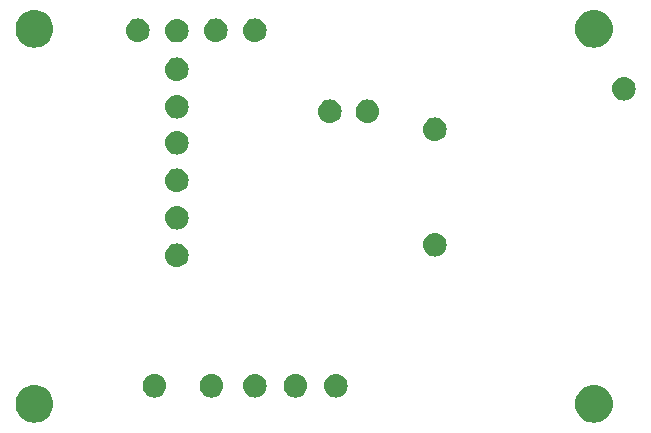
<source format=gbs>
G04 #@! TF.GenerationSoftware,KiCad,Pcbnew,8.0.0*
G04 #@! TF.CreationDate,2024-03-04T18:14:40-06:00*
G04 #@! TF.ProjectId,MicrocontrollerUnitBoard,4d696372-6f63-46f6-9e74-726f6c6c6572,rev?*
G04 #@! TF.SameCoordinates,Original*
G04 #@! TF.FileFunction,Soldermask,Bot*
G04 #@! TF.FilePolarity,Negative*
%FSLAX46Y46*%
G04 Gerber Fmt 4.6, Leading zero omitted, Abs format (unit mm)*
G04 Created by KiCad (PCBNEW 8.0.0) date 2024-03-04 18:14:40*
%MOMM*%
%LPD*%
G01*
G04 APERTURE LIST*
G04 APERTURE END LIST*
G36*
X106041295Y-115005699D02*
G01*
X106285427Y-115064310D01*
X106517385Y-115160390D01*
X106731456Y-115291573D01*
X106922371Y-115454629D01*
X107085427Y-115645544D01*
X107216610Y-115859615D01*
X107312690Y-116091573D01*
X107371301Y-116335705D01*
X107391000Y-116586000D01*
X107371301Y-116836295D01*
X107312690Y-117080427D01*
X107216610Y-117312385D01*
X107085427Y-117526456D01*
X106922371Y-117717371D01*
X106731456Y-117880427D01*
X106517385Y-118011610D01*
X106285427Y-118107690D01*
X106041295Y-118166301D01*
X105791000Y-118186000D01*
X105540705Y-118166301D01*
X105296573Y-118107690D01*
X105064615Y-118011610D01*
X104850544Y-117880427D01*
X104659629Y-117717371D01*
X104496573Y-117526456D01*
X104365390Y-117312385D01*
X104269310Y-117080427D01*
X104210699Y-116836295D01*
X104191000Y-116586000D01*
X104210699Y-116335705D01*
X104269310Y-116091573D01*
X104365390Y-115859615D01*
X104496573Y-115645544D01*
X104659629Y-115454629D01*
X104850544Y-115291573D01*
X105064615Y-115160390D01*
X105296573Y-115064310D01*
X105540705Y-115005699D01*
X105791000Y-114986000D01*
X106041295Y-115005699D01*
G37*
G36*
X153412295Y-115005699D02*
G01*
X153656427Y-115064310D01*
X153888385Y-115160390D01*
X154102456Y-115291573D01*
X154293371Y-115454629D01*
X154456427Y-115645544D01*
X154587610Y-115859615D01*
X154683690Y-116091573D01*
X154742301Y-116335705D01*
X154762000Y-116586000D01*
X154742301Y-116836295D01*
X154683690Y-117080427D01*
X154587610Y-117312385D01*
X154456427Y-117526456D01*
X154293371Y-117717371D01*
X154102456Y-117880427D01*
X153888385Y-118011610D01*
X153656427Y-118107690D01*
X153412295Y-118166301D01*
X153162000Y-118186000D01*
X152911705Y-118166301D01*
X152667573Y-118107690D01*
X152435615Y-118011610D01*
X152221544Y-117880427D01*
X152030629Y-117717371D01*
X151867573Y-117526456D01*
X151736390Y-117312385D01*
X151640310Y-117080427D01*
X151581699Y-116836295D01*
X151562000Y-116586000D01*
X151581699Y-116335705D01*
X151640310Y-116091573D01*
X151736390Y-115859615D01*
X151867573Y-115645544D01*
X152030629Y-115454629D01*
X152221544Y-115291573D01*
X152435615Y-115160390D01*
X152667573Y-115064310D01*
X152911705Y-115005699D01*
X153162000Y-114986000D01*
X153412295Y-115005699D01*
G37*
G36*
X116146090Y-114081215D02*
G01*
X116333683Y-114138120D01*
X116506570Y-114230530D01*
X116658107Y-114354893D01*
X116782470Y-114506430D01*
X116874880Y-114679317D01*
X116931785Y-114866910D01*
X116951000Y-115062000D01*
X116931785Y-115257090D01*
X116874880Y-115444683D01*
X116782470Y-115617570D01*
X116658107Y-115769107D01*
X116506570Y-115893470D01*
X116333683Y-115985880D01*
X116146090Y-116042785D01*
X115951000Y-116062000D01*
X115755910Y-116042785D01*
X115568317Y-115985880D01*
X115395430Y-115893470D01*
X115243893Y-115769107D01*
X115119530Y-115617570D01*
X115027120Y-115444683D01*
X114970215Y-115257090D01*
X114951000Y-115062000D01*
X114970215Y-114866910D01*
X115027120Y-114679317D01*
X115119530Y-114506430D01*
X115243893Y-114354893D01*
X115395430Y-114230530D01*
X115568317Y-114138120D01*
X115755910Y-114081215D01*
X115951000Y-114062000D01*
X116146090Y-114081215D01*
G37*
G36*
X120972090Y-114081215D02*
G01*
X121159683Y-114138120D01*
X121332570Y-114230530D01*
X121484107Y-114354893D01*
X121608470Y-114506430D01*
X121700880Y-114679317D01*
X121757785Y-114866910D01*
X121777000Y-115062000D01*
X121757785Y-115257090D01*
X121700880Y-115444683D01*
X121608470Y-115617570D01*
X121484107Y-115769107D01*
X121332570Y-115893470D01*
X121159683Y-115985880D01*
X120972090Y-116042785D01*
X120777000Y-116062000D01*
X120581910Y-116042785D01*
X120394317Y-115985880D01*
X120221430Y-115893470D01*
X120069893Y-115769107D01*
X119945530Y-115617570D01*
X119853120Y-115444683D01*
X119796215Y-115257090D01*
X119777000Y-115062000D01*
X119796215Y-114866910D01*
X119853120Y-114679317D01*
X119945530Y-114506430D01*
X120069893Y-114354893D01*
X120221430Y-114230530D01*
X120394317Y-114138120D01*
X120581910Y-114081215D01*
X120777000Y-114062000D01*
X120972090Y-114081215D01*
G37*
G36*
X124655090Y-114081215D02*
G01*
X124842683Y-114138120D01*
X125015570Y-114230530D01*
X125167107Y-114354893D01*
X125291470Y-114506430D01*
X125383880Y-114679317D01*
X125440785Y-114866910D01*
X125460000Y-115062000D01*
X125440785Y-115257090D01*
X125383880Y-115444683D01*
X125291470Y-115617570D01*
X125167107Y-115769107D01*
X125015570Y-115893470D01*
X124842683Y-115985880D01*
X124655090Y-116042785D01*
X124460000Y-116062000D01*
X124264910Y-116042785D01*
X124077317Y-115985880D01*
X123904430Y-115893470D01*
X123752893Y-115769107D01*
X123628530Y-115617570D01*
X123536120Y-115444683D01*
X123479215Y-115257090D01*
X123460000Y-115062000D01*
X123479215Y-114866910D01*
X123536120Y-114679317D01*
X123628530Y-114506430D01*
X123752893Y-114354893D01*
X123904430Y-114230530D01*
X124077317Y-114138120D01*
X124264910Y-114081215D01*
X124460000Y-114062000D01*
X124655090Y-114081215D01*
G37*
G36*
X128084090Y-114081215D02*
G01*
X128271683Y-114138120D01*
X128444570Y-114230530D01*
X128596107Y-114354893D01*
X128720470Y-114506430D01*
X128812880Y-114679317D01*
X128869785Y-114866910D01*
X128889000Y-115062000D01*
X128869785Y-115257090D01*
X128812880Y-115444683D01*
X128720470Y-115617570D01*
X128596107Y-115769107D01*
X128444570Y-115893470D01*
X128271683Y-115985880D01*
X128084090Y-116042785D01*
X127889000Y-116062000D01*
X127693910Y-116042785D01*
X127506317Y-115985880D01*
X127333430Y-115893470D01*
X127181893Y-115769107D01*
X127057530Y-115617570D01*
X126965120Y-115444683D01*
X126908215Y-115257090D01*
X126889000Y-115062000D01*
X126908215Y-114866910D01*
X126965120Y-114679317D01*
X127057530Y-114506430D01*
X127181893Y-114354893D01*
X127333430Y-114230530D01*
X127506317Y-114138120D01*
X127693910Y-114081215D01*
X127889000Y-114062000D01*
X128084090Y-114081215D01*
G37*
G36*
X131513090Y-114081215D02*
G01*
X131700683Y-114138120D01*
X131873570Y-114230530D01*
X132025107Y-114354893D01*
X132149470Y-114506430D01*
X132241880Y-114679317D01*
X132298785Y-114866910D01*
X132318000Y-115062000D01*
X132298785Y-115257090D01*
X132241880Y-115444683D01*
X132149470Y-115617570D01*
X132025107Y-115769107D01*
X131873570Y-115893470D01*
X131700683Y-115985880D01*
X131513090Y-116042785D01*
X131318000Y-116062000D01*
X131122910Y-116042785D01*
X130935317Y-115985880D01*
X130762430Y-115893470D01*
X130610893Y-115769107D01*
X130486530Y-115617570D01*
X130394120Y-115444683D01*
X130337215Y-115257090D01*
X130318000Y-115062000D01*
X130337215Y-114866910D01*
X130394120Y-114679317D01*
X130486530Y-114506430D01*
X130610893Y-114354893D01*
X130762430Y-114230530D01*
X130935317Y-114138120D01*
X131122910Y-114081215D01*
X131318000Y-114062000D01*
X131513090Y-114081215D01*
G37*
G36*
X118051090Y-103032215D02*
G01*
X118238683Y-103089120D01*
X118411570Y-103181530D01*
X118563107Y-103305893D01*
X118687470Y-103457430D01*
X118779880Y-103630317D01*
X118836785Y-103817910D01*
X118856000Y-104013000D01*
X118836785Y-104208090D01*
X118779880Y-104395683D01*
X118687470Y-104568570D01*
X118563107Y-104720107D01*
X118411570Y-104844470D01*
X118238683Y-104936880D01*
X118051090Y-104993785D01*
X117856000Y-105013000D01*
X117660910Y-104993785D01*
X117473317Y-104936880D01*
X117300430Y-104844470D01*
X117148893Y-104720107D01*
X117024530Y-104568570D01*
X116932120Y-104395683D01*
X116875215Y-104208090D01*
X116856000Y-104013000D01*
X116875215Y-103817910D01*
X116932120Y-103630317D01*
X117024530Y-103457430D01*
X117148893Y-103305893D01*
X117300430Y-103181530D01*
X117473317Y-103089120D01*
X117660910Y-103032215D01*
X117856000Y-103013000D01*
X118051090Y-103032215D01*
G37*
G36*
X139895090Y-102143215D02*
G01*
X140082683Y-102200120D01*
X140255570Y-102292530D01*
X140407107Y-102416893D01*
X140531470Y-102568430D01*
X140623880Y-102741317D01*
X140680785Y-102928910D01*
X140700000Y-103124000D01*
X140680785Y-103319090D01*
X140623880Y-103506683D01*
X140531470Y-103679570D01*
X140407107Y-103831107D01*
X140255570Y-103955470D01*
X140082683Y-104047880D01*
X139895090Y-104104785D01*
X139700000Y-104124000D01*
X139504910Y-104104785D01*
X139317317Y-104047880D01*
X139144430Y-103955470D01*
X138992893Y-103831107D01*
X138868530Y-103679570D01*
X138776120Y-103506683D01*
X138719215Y-103319090D01*
X138700000Y-103124000D01*
X138719215Y-102928910D01*
X138776120Y-102741317D01*
X138868530Y-102568430D01*
X138992893Y-102416893D01*
X139144430Y-102292530D01*
X139317317Y-102200120D01*
X139504910Y-102143215D01*
X139700000Y-102124000D01*
X139895090Y-102143215D01*
G37*
G36*
X118051090Y-99857215D02*
G01*
X118238683Y-99914120D01*
X118411570Y-100006530D01*
X118563107Y-100130893D01*
X118687470Y-100282430D01*
X118779880Y-100455317D01*
X118836785Y-100642910D01*
X118856000Y-100838000D01*
X118836785Y-101033090D01*
X118779880Y-101220683D01*
X118687470Y-101393570D01*
X118563107Y-101545107D01*
X118411570Y-101669470D01*
X118238683Y-101761880D01*
X118051090Y-101818785D01*
X117856000Y-101838000D01*
X117660910Y-101818785D01*
X117473317Y-101761880D01*
X117300430Y-101669470D01*
X117148893Y-101545107D01*
X117024530Y-101393570D01*
X116932120Y-101220683D01*
X116875215Y-101033090D01*
X116856000Y-100838000D01*
X116875215Y-100642910D01*
X116932120Y-100455317D01*
X117024530Y-100282430D01*
X117148893Y-100130893D01*
X117300430Y-100006530D01*
X117473317Y-99914120D01*
X117660910Y-99857215D01*
X117856000Y-99838000D01*
X118051090Y-99857215D01*
G37*
G36*
X118051090Y-96682215D02*
G01*
X118238683Y-96739120D01*
X118411570Y-96831530D01*
X118563107Y-96955893D01*
X118687470Y-97107430D01*
X118779880Y-97280317D01*
X118836785Y-97467910D01*
X118856000Y-97663000D01*
X118836785Y-97858090D01*
X118779880Y-98045683D01*
X118687470Y-98218570D01*
X118563107Y-98370107D01*
X118411570Y-98494470D01*
X118238683Y-98586880D01*
X118051090Y-98643785D01*
X117856000Y-98663000D01*
X117660910Y-98643785D01*
X117473317Y-98586880D01*
X117300430Y-98494470D01*
X117148893Y-98370107D01*
X117024530Y-98218570D01*
X116932120Y-98045683D01*
X116875215Y-97858090D01*
X116856000Y-97663000D01*
X116875215Y-97467910D01*
X116932120Y-97280317D01*
X117024530Y-97107430D01*
X117148893Y-96955893D01*
X117300430Y-96831530D01*
X117473317Y-96739120D01*
X117660910Y-96682215D01*
X117856000Y-96663000D01*
X118051090Y-96682215D01*
G37*
G36*
X118051090Y-93507215D02*
G01*
X118238683Y-93564120D01*
X118411570Y-93656530D01*
X118563107Y-93780893D01*
X118687470Y-93932430D01*
X118779880Y-94105317D01*
X118836785Y-94292910D01*
X118856000Y-94488000D01*
X118836785Y-94683090D01*
X118779880Y-94870683D01*
X118687470Y-95043570D01*
X118563107Y-95195107D01*
X118411570Y-95319470D01*
X118238683Y-95411880D01*
X118051090Y-95468785D01*
X117856000Y-95488000D01*
X117660910Y-95468785D01*
X117473317Y-95411880D01*
X117300430Y-95319470D01*
X117148893Y-95195107D01*
X117024530Y-95043570D01*
X116932120Y-94870683D01*
X116875215Y-94683090D01*
X116856000Y-94488000D01*
X116875215Y-94292910D01*
X116932120Y-94105317D01*
X117024530Y-93932430D01*
X117148893Y-93780893D01*
X117300430Y-93656530D01*
X117473317Y-93564120D01*
X117660910Y-93507215D01*
X117856000Y-93488000D01*
X118051090Y-93507215D01*
G37*
G36*
X139895090Y-92364215D02*
G01*
X140082683Y-92421120D01*
X140255570Y-92513530D01*
X140407107Y-92637893D01*
X140531470Y-92789430D01*
X140623880Y-92962317D01*
X140680785Y-93149910D01*
X140700000Y-93345000D01*
X140680785Y-93540090D01*
X140623880Y-93727683D01*
X140531470Y-93900570D01*
X140407107Y-94052107D01*
X140255570Y-94176470D01*
X140082683Y-94268880D01*
X139895090Y-94325785D01*
X139700000Y-94345000D01*
X139504910Y-94325785D01*
X139317317Y-94268880D01*
X139144430Y-94176470D01*
X138992893Y-94052107D01*
X138868530Y-93900570D01*
X138776120Y-93727683D01*
X138719215Y-93540090D01*
X138700000Y-93345000D01*
X138719215Y-93149910D01*
X138776120Y-92962317D01*
X138868530Y-92789430D01*
X138992893Y-92637893D01*
X139144430Y-92513530D01*
X139317317Y-92421120D01*
X139504910Y-92364215D01*
X139700000Y-92345000D01*
X139895090Y-92364215D01*
G37*
G36*
X131005090Y-90840215D02*
G01*
X131192683Y-90897120D01*
X131365570Y-90989530D01*
X131517107Y-91113893D01*
X131641470Y-91265430D01*
X131733880Y-91438317D01*
X131790785Y-91625910D01*
X131810000Y-91821000D01*
X131790785Y-92016090D01*
X131733880Y-92203683D01*
X131641470Y-92376570D01*
X131517107Y-92528107D01*
X131365570Y-92652470D01*
X131192683Y-92744880D01*
X131005090Y-92801785D01*
X130810000Y-92821000D01*
X130614910Y-92801785D01*
X130427317Y-92744880D01*
X130254430Y-92652470D01*
X130102893Y-92528107D01*
X129978530Y-92376570D01*
X129886120Y-92203683D01*
X129829215Y-92016090D01*
X129810000Y-91821000D01*
X129829215Y-91625910D01*
X129886120Y-91438317D01*
X129978530Y-91265430D01*
X130102893Y-91113893D01*
X130254430Y-90989530D01*
X130427317Y-90897120D01*
X130614910Y-90840215D01*
X130810000Y-90821000D01*
X131005090Y-90840215D01*
G37*
G36*
X134180090Y-90840215D02*
G01*
X134367683Y-90897120D01*
X134540570Y-90989530D01*
X134692107Y-91113893D01*
X134816470Y-91265430D01*
X134908880Y-91438317D01*
X134965785Y-91625910D01*
X134985000Y-91821000D01*
X134965785Y-92016090D01*
X134908880Y-92203683D01*
X134816470Y-92376570D01*
X134692107Y-92528107D01*
X134540570Y-92652470D01*
X134367683Y-92744880D01*
X134180090Y-92801785D01*
X133985000Y-92821000D01*
X133789910Y-92801785D01*
X133602317Y-92744880D01*
X133429430Y-92652470D01*
X133277893Y-92528107D01*
X133153530Y-92376570D01*
X133061120Y-92203683D01*
X133004215Y-92016090D01*
X132985000Y-91821000D01*
X133004215Y-91625910D01*
X133061120Y-91438317D01*
X133153530Y-91265430D01*
X133277893Y-91113893D01*
X133429430Y-90989530D01*
X133602317Y-90897120D01*
X133789910Y-90840215D01*
X133985000Y-90821000D01*
X134180090Y-90840215D01*
G37*
G36*
X118051090Y-90459215D02*
G01*
X118238683Y-90516120D01*
X118411570Y-90608530D01*
X118563107Y-90732893D01*
X118687470Y-90884430D01*
X118779880Y-91057317D01*
X118836785Y-91244910D01*
X118856000Y-91440000D01*
X118836785Y-91635090D01*
X118779880Y-91822683D01*
X118687470Y-91995570D01*
X118563107Y-92147107D01*
X118411570Y-92271470D01*
X118238683Y-92363880D01*
X118051090Y-92420785D01*
X117856000Y-92440000D01*
X117660910Y-92420785D01*
X117473317Y-92363880D01*
X117300430Y-92271470D01*
X117148893Y-92147107D01*
X117024530Y-91995570D01*
X116932120Y-91822683D01*
X116875215Y-91635090D01*
X116856000Y-91440000D01*
X116875215Y-91244910D01*
X116932120Y-91057317D01*
X117024530Y-90884430D01*
X117148893Y-90732893D01*
X117300430Y-90608530D01*
X117473317Y-90516120D01*
X117660910Y-90459215D01*
X117856000Y-90440000D01*
X118051090Y-90459215D01*
G37*
G36*
X155897090Y-88935215D02*
G01*
X156084683Y-88992120D01*
X156257570Y-89084530D01*
X156409107Y-89208893D01*
X156533470Y-89360430D01*
X156625880Y-89533317D01*
X156682785Y-89720910D01*
X156702000Y-89916000D01*
X156682785Y-90111090D01*
X156625880Y-90298683D01*
X156533470Y-90471570D01*
X156409107Y-90623107D01*
X156257570Y-90747470D01*
X156084683Y-90839880D01*
X155897090Y-90896785D01*
X155702000Y-90916000D01*
X155506910Y-90896785D01*
X155319317Y-90839880D01*
X155146430Y-90747470D01*
X154994893Y-90623107D01*
X154870530Y-90471570D01*
X154778120Y-90298683D01*
X154721215Y-90111090D01*
X154702000Y-89916000D01*
X154721215Y-89720910D01*
X154778120Y-89533317D01*
X154870530Y-89360430D01*
X154994893Y-89208893D01*
X155146430Y-89084530D01*
X155319317Y-88992120D01*
X155506910Y-88935215D01*
X155702000Y-88916000D01*
X155897090Y-88935215D01*
G37*
G36*
X118051090Y-87284215D02*
G01*
X118238683Y-87341120D01*
X118411570Y-87433530D01*
X118563107Y-87557893D01*
X118687470Y-87709430D01*
X118779880Y-87882317D01*
X118836785Y-88069910D01*
X118856000Y-88265000D01*
X118836785Y-88460090D01*
X118779880Y-88647683D01*
X118687470Y-88820570D01*
X118563107Y-88972107D01*
X118411570Y-89096470D01*
X118238683Y-89188880D01*
X118051090Y-89245785D01*
X117856000Y-89265000D01*
X117660910Y-89245785D01*
X117473317Y-89188880D01*
X117300430Y-89096470D01*
X117148893Y-88972107D01*
X117024530Y-88820570D01*
X116932120Y-88647683D01*
X116875215Y-88460090D01*
X116856000Y-88265000D01*
X116875215Y-88069910D01*
X116932120Y-87882317D01*
X117024530Y-87709430D01*
X117148893Y-87557893D01*
X117300430Y-87433530D01*
X117473317Y-87341120D01*
X117660910Y-87284215D01*
X117856000Y-87265000D01*
X118051090Y-87284215D01*
G37*
G36*
X106041295Y-83255699D02*
G01*
X106285427Y-83314310D01*
X106517385Y-83410390D01*
X106731456Y-83541573D01*
X106922371Y-83704629D01*
X107085427Y-83895544D01*
X107216610Y-84109615D01*
X107312690Y-84341573D01*
X107371301Y-84585705D01*
X107391000Y-84836000D01*
X107371301Y-85086295D01*
X107312690Y-85330427D01*
X107216610Y-85562385D01*
X107085427Y-85776456D01*
X106922371Y-85967371D01*
X106731456Y-86130427D01*
X106517385Y-86261610D01*
X106285427Y-86357690D01*
X106041295Y-86416301D01*
X105791000Y-86436000D01*
X105540705Y-86416301D01*
X105296573Y-86357690D01*
X105064615Y-86261610D01*
X104850544Y-86130427D01*
X104659629Y-85967371D01*
X104496573Y-85776456D01*
X104365390Y-85562385D01*
X104269310Y-85330427D01*
X104210699Y-85086295D01*
X104191000Y-84836000D01*
X104210699Y-84585705D01*
X104269310Y-84341573D01*
X104365390Y-84109615D01*
X104496573Y-83895544D01*
X104659629Y-83704629D01*
X104850544Y-83541573D01*
X105064615Y-83410390D01*
X105296573Y-83314310D01*
X105540705Y-83255699D01*
X105791000Y-83236000D01*
X106041295Y-83255699D01*
G37*
G36*
X153412295Y-83255699D02*
G01*
X153656427Y-83314310D01*
X153888385Y-83410390D01*
X154102456Y-83541573D01*
X154293371Y-83704629D01*
X154456427Y-83895544D01*
X154587610Y-84109615D01*
X154683690Y-84341573D01*
X154742301Y-84585705D01*
X154762000Y-84836000D01*
X154742301Y-85086295D01*
X154683690Y-85330427D01*
X154587610Y-85562385D01*
X154456427Y-85776456D01*
X154293371Y-85967371D01*
X154102456Y-86130427D01*
X153888385Y-86261610D01*
X153656427Y-86357690D01*
X153412295Y-86416301D01*
X153162000Y-86436000D01*
X152911705Y-86416301D01*
X152667573Y-86357690D01*
X152435615Y-86261610D01*
X152221544Y-86130427D01*
X152030629Y-85967371D01*
X151867573Y-85776456D01*
X151736390Y-85562385D01*
X151640310Y-85330427D01*
X151581699Y-85086295D01*
X151562000Y-84836000D01*
X151581699Y-84585705D01*
X151640310Y-84341573D01*
X151736390Y-84109615D01*
X151867573Y-83895544D01*
X152030629Y-83704629D01*
X152221544Y-83541573D01*
X152435615Y-83410390D01*
X152667573Y-83314310D01*
X152911705Y-83255699D01*
X153162000Y-83236000D01*
X153412295Y-83255699D01*
G37*
G36*
X118051090Y-84010215D02*
G01*
X118238683Y-84067120D01*
X118411570Y-84159530D01*
X118563107Y-84283893D01*
X118687470Y-84435430D01*
X118779880Y-84608317D01*
X118836785Y-84795910D01*
X118856000Y-84991000D01*
X118836785Y-85186090D01*
X118779880Y-85373683D01*
X118687470Y-85546570D01*
X118563107Y-85698107D01*
X118411570Y-85822470D01*
X118238683Y-85914880D01*
X118051090Y-85971785D01*
X117856000Y-85991000D01*
X117660910Y-85971785D01*
X117473317Y-85914880D01*
X117300430Y-85822470D01*
X117148893Y-85698107D01*
X117024530Y-85546570D01*
X116932120Y-85373683D01*
X116875215Y-85186090D01*
X116856000Y-84991000D01*
X116875215Y-84795910D01*
X116932120Y-84608317D01*
X117024530Y-84435430D01*
X117148893Y-84283893D01*
X117300430Y-84159530D01*
X117473317Y-84067120D01*
X117660910Y-84010215D01*
X117856000Y-83991000D01*
X118051090Y-84010215D01*
G37*
G36*
X114749090Y-83982215D02*
G01*
X114936683Y-84039120D01*
X115109570Y-84131530D01*
X115261107Y-84255893D01*
X115385470Y-84407430D01*
X115477880Y-84580317D01*
X115534785Y-84767910D01*
X115554000Y-84963000D01*
X115534785Y-85158090D01*
X115477880Y-85345683D01*
X115385470Y-85518570D01*
X115261107Y-85670107D01*
X115109570Y-85794470D01*
X114936683Y-85886880D01*
X114749090Y-85943785D01*
X114554000Y-85963000D01*
X114358910Y-85943785D01*
X114171317Y-85886880D01*
X113998430Y-85794470D01*
X113846893Y-85670107D01*
X113722530Y-85518570D01*
X113630120Y-85345683D01*
X113573215Y-85158090D01*
X113554000Y-84963000D01*
X113573215Y-84767910D01*
X113630120Y-84580317D01*
X113722530Y-84407430D01*
X113846893Y-84255893D01*
X113998430Y-84131530D01*
X114171317Y-84039120D01*
X114358910Y-83982215D01*
X114554000Y-83963000D01*
X114749090Y-83982215D01*
G37*
G36*
X121353090Y-83982215D02*
G01*
X121540683Y-84039120D01*
X121713570Y-84131530D01*
X121865107Y-84255893D01*
X121989470Y-84407430D01*
X122081880Y-84580317D01*
X122138785Y-84767910D01*
X122158000Y-84963000D01*
X122138785Y-85158090D01*
X122081880Y-85345683D01*
X121989470Y-85518570D01*
X121865107Y-85670107D01*
X121713570Y-85794470D01*
X121540683Y-85886880D01*
X121353090Y-85943785D01*
X121158000Y-85963000D01*
X120962910Y-85943785D01*
X120775317Y-85886880D01*
X120602430Y-85794470D01*
X120450893Y-85670107D01*
X120326530Y-85518570D01*
X120234120Y-85345683D01*
X120177215Y-85158090D01*
X120158000Y-84963000D01*
X120177215Y-84767910D01*
X120234120Y-84580317D01*
X120326530Y-84407430D01*
X120450893Y-84255893D01*
X120602430Y-84131530D01*
X120775317Y-84039120D01*
X120962910Y-83982215D01*
X121158000Y-83963000D01*
X121353090Y-83982215D01*
G37*
G36*
X124655090Y-83982215D02*
G01*
X124842683Y-84039120D01*
X125015570Y-84131530D01*
X125167107Y-84255893D01*
X125291470Y-84407430D01*
X125383880Y-84580317D01*
X125440785Y-84767910D01*
X125460000Y-84963000D01*
X125440785Y-85158090D01*
X125383880Y-85345683D01*
X125291470Y-85518570D01*
X125167107Y-85670107D01*
X125015570Y-85794470D01*
X124842683Y-85886880D01*
X124655090Y-85943785D01*
X124460000Y-85963000D01*
X124264910Y-85943785D01*
X124077317Y-85886880D01*
X123904430Y-85794470D01*
X123752893Y-85670107D01*
X123628530Y-85518570D01*
X123536120Y-85345683D01*
X123479215Y-85158090D01*
X123460000Y-84963000D01*
X123479215Y-84767910D01*
X123536120Y-84580317D01*
X123628530Y-84407430D01*
X123752893Y-84255893D01*
X123904430Y-84131530D01*
X124077317Y-84039120D01*
X124264910Y-83982215D01*
X124460000Y-83963000D01*
X124655090Y-83982215D01*
G37*
M02*

</source>
